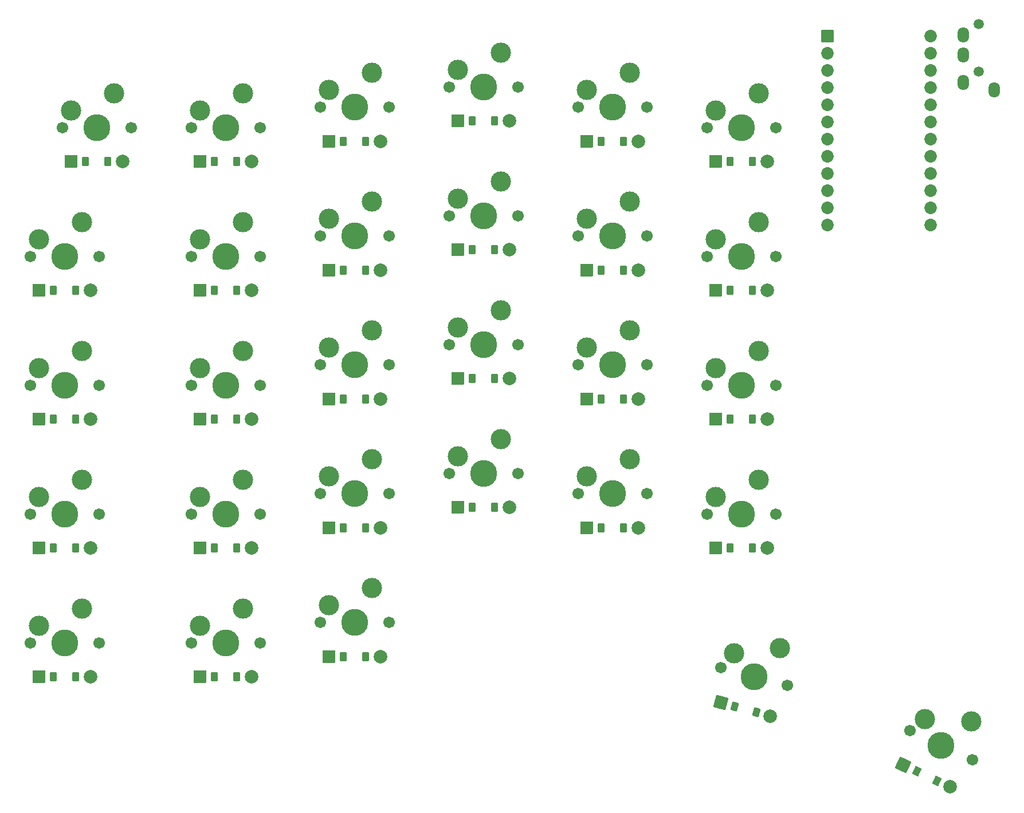
<source format=gbr>
%TF.GenerationSoftware,KiCad,Pcbnew,7.0.2-6a45011f42~172~ubuntu22.04.1*%
%TF.CreationDate,2023-05-03T20:51:48-04:00*%
%TF.ProjectId,left,6c656674-2e6b-4696-9361-645f70636258,v1.0.0*%
%TF.SameCoordinates,Original*%
%TF.FileFunction,Soldermask,Top*%
%TF.FilePolarity,Negative*%
%FSLAX46Y46*%
G04 Gerber Fmt 4.6, Leading zero omitted, Abs format (unit mm)*
G04 Created by KiCad (PCBNEW 7.0.2-6a45011f42~172~ubuntu22.04.1) date 2023-05-03 20:51:48*
%MOMM*%
%LPD*%
G01*
G04 APERTURE LIST*
G04 Aperture macros list*
%AMRoundRect*
0 Rectangle with rounded corners*
0 $1 Rounding radius*
0 $2 $3 $4 $5 $6 $7 $8 $9 X,Y pos of 4 corners*
0 Add a 4 corners polygon primitive as box body*
4,1,4,$2,$3,$4,$5,$6,$7,$8,$9,$2,$3,0*
0 Add four circle primitives for the rounded corners*
1,1,$1+$1,$2,$3*
1,1,$1+$1,$4,$5*
1,1,$1+$1,$6,$7*
1,1,$1+$1,$8,$9*
0 Add four rect primitives between the rounded corners*
20,1,$1+$1,$2,$3,$4,$5,0*
20,1,$1+$1,$4,$5,$6,$7,0*
20,1,$1+$1,$6,$7,$8,$9,0*
20,1,$1+$1,$8,$9,$2,$3,0*%
G04 Aperture macros list end*
%ADD10C,3.987800*%
%ADD11C,1.701800*%
%ADD12C,3.000000*%
%ADD13RoundRect,0.050000X-0.661409X-0.353606X0.154268X-0.733963X0.661409X0.353606X-0.154268X0.733963X0*%
%ADD14RoundRect,0.050000X-1.181415X-0.430000X0.430000X-1.181415X1.181415X0.430000X-0.430000X1.181415X0*%
%ADD15C,2.005000*%
%ADD16RoundRect,0.050000X-0.450000X-0.600000X0.450000X-0.600000X0.450000X0.600000X-0.450000X0.600000X0*%
%ADD17RoundRect,0.050000X-0.889000X-0.889000X0.889000X-0.889000X0.889000X0.889000X-0.889000X0.889000X0*%
%ADD18RoundRect,0.050000X-0.589958X-0.463087X0.279375X-0.696024X0.589958X0.463087X-0.279375X0.696024X0*%
%ADD19RoundRect,0.050000X-1.088798X-0.628618X0.628618X-1.088798X1.088798X0.628618X-0.628618X1.088798X0*%
%ADD20C,1.852600*%
%ADD21RoundRect,0.050000X-0.876300X0.876300X-0.876300X-0.876300X0.876300X-0.876300X0.876300X0.876300X0*%
%ADD22O,1.700000X2.300000*%
%ADD23C,1.500000*%
G04 APERTURE END LIST*
D10*
%TO.C,S28*%
X147150000Y-131200000D03*
D11*
X152056903Y-132514801D03*
X142243097Y-129885199D03*
D12*
X150918252Y-126950497D03*
X144127223Y-127760448D03*
%TD*%
%TO.C,S29*%
X172357457Y-137435338D03*
X179185962Y-137816942D03*
D11*
X170132995Y-139200634D03*
X179341083Y-143494436D03*
D10*
X174737039Y-141347535D03*
%TD*%
D13*
%TO.C,D29*%
X171128540Y-145181754D03*
X174119356Y-146576394D03*
D14*
X169170915Y-144268898D03*
D15*
X176076981Y-147489250D03*
%TD*%
D10*
%TO.C,S1*%
X45237500Y-126200000D03*
D11*
X50317500Y-126200000D03*
X40157500Y-126200000D03*
D12*
X47777500Y-121120000D03*
X41427500Y-123660000D03*
%TD*%
%TO.C,S2*%
X41427500Y-104610000D03*
X47777500Y-102070000D03*
D11*
X40157500Y-107150000D03*
X50317500Y-107150000D03*
D10*
X45237500Y-107150000D03*
%TD*%
D12*
%TO.C,S3*%
X41427500Y-85560000D03*
X47777500Y-83020000D03*
D11*
X40157500Y-88100000D03*
X50317500Y-88100000D03*
D10*
X45237500Y-88100000D03*
%TD*%
D12*
%TO.C,S4*%
X41427500Y-66510000D03*
X47777500Y-63970000D03*
D11*
X40157500Y-69050000D03*
X50317500Y-69050000D03*
D10*
X45237500Y-69050000D03*
%TD*%
D12*
%TO.C,S5*%
X46190000Y-47460000D03*
X52540000Y-44920000D03*
D11*
X44920000Y-50000000D03*
X55080000Y-50000000D03*
D10*
X50000000Y-50000000D03*
%TD*%
%TO.C,S6*%
X69050000Y-126200000D03*
D11*
X74130000Y-126200000D03*
X63970000Y-126200000D03*
D12*
X71590000Y-121120000D03*
X65240000Y-123660000D03*
%TD*%
%TO.C,S7*%
X65240000Y-104610000D03*
X71590000Y-102070000D03*
D11*
X63970000Y-107150000D03*
X74130000Y-107150000D03*
D10*
X69050000Y-107150000D03*
%TD*%
%TO.C,S8*%
X69050000Y-88100000D03*
D11*
X74130000Y-88100000D03*
X63970000Y-88100000D03*
D12*
X71590000Y-83020000D03*
X65240000Y-85560000D03*
%TD*%
D10*
%TO.C,S9*%
X69050000Y-69050000D03*
D11*
X74130000Y-69050000D03*
X63970000Y-69050000D03*
D12*
X71590000Y-63970000D03*
X65240000Y-66510000D03*
%TD*%
%TO.C,S10*%
X65240000Y-47460000D03*
X71590000Y-44920000D03*
D11*
X63970000Y-50000000D03*
X74130000Y-50000000D03*
D10*
X69050000Y-50000000D03*
%TD*%
%TO.C,S11*%
X88100000Y-123200000D03*
D11*
X93180000Y-123200000D03*
X83020000Y-123200000D03*
D12*
X90640000Y-118120000D03*
X84290000Y-120660000D03*
%TD*%
D10*
%TO.C,S12*%
X88100000Y-104150000D03*
D11*
X93180000Y-104150000D03*
X83020000Y-104150000D03*
D12*
X90640000Y-99070000D03*
X84290000Y-101610000D03*
%TD*%
D10*
%TO.C,S13*%
X88100000Y-85100000D03*
D11*
X93180000Y-85100000D03*
X83020000Y-85100000D03*
D12*
X90640000Y-80020000D03*
X84290000Y-82560000D03*
%TD*%
D10*
%TO.C,S14*%
X88100000Y-66050000D03*
D11*
X93180000Y-66050000D03*
X83020000Y-66050000D03*
D12*
X90640000Y-60970000D03*
X84290000Y-63510000D03*
%TD*%
D10*
%TO.C,S15*%
X88100000Y-47000000D03*
D11*
X93180000Y-47000000D03*
X83020000Y-47000000D03*
D12*
X90640000Y-41920000D03*
X84290000Y-44460000D03*
%TD*%
%TO.C,S16*%
X103340000Y-98610000D03*
X109690000Y-96070000D03*
D11*
X102070000Y-101150000D03*
X112230000Y-101150000D03*
D10*
X107150000Y-101150000D03*
%TD*%
%TO.C,S17*%
X107150000Y-82100000D03*
D11*
X112230000Y-82100000D03*
X102070000Y-82100000D03*
D12*
X109690000Y-77020000D03*
X103340000Y-79560000D03*
%TD*%
D10*
%TO.C,S18*%
X107150000Y-63050000D03*
D11*
X112230000Y-63050000D03*
X102070000Y-63050000D03*
D12*
X109690000Y-57970000D03*
X103340000Y-60510000D03*
%TD*%
D10*
%TO.C,S19*%
X107150000Y-44000000D03*
D11*
X112230000Y-44000000D03*
X102070000Y-44000000D03*
D12*
X109690000Y-38920000D03*
X103340000Y-41460000D03*
%TD*%
%TO.C,S20*%
X122390000Y-101610000D03*
X128740000Y-99070000D03*
D11*
X121120000Y-104150000D03*
X131280000Y-104150000D03*
D10*
X126200000Y-104150000D03*
%TD*%
%TO.C,S21*%
X126200000Y-85100000D03*
D11*
X131280000Y-85100000D03*
X121120000Y-85100000D03*
D12*
X128740000Y-80020000D03*
X122390000Y-82560000D03*
%TD*%
%TO.C,S22*%
X122390000Y-63510000D03*
X128740000Y-60970000D03*
D11*
X121120000Y-66050000D03*
X131280000Y-66050000D03*
D10*
X126200000Y-66050000D03*
%TD*%
%TO.C,S23*%
X126200000Y-47000000D03*
D11*
X131280000Y-47000000D03*
X121120000Y-47000000D03*
D12*
X128740000Y-41920000D03*
X122390000Y-44460000D03*
%TD*%
D10*
%TO.C,S24*%
X145250000Y-107150000D03*
D11*
X150330000Y-107150000D03*
X140170000Y-107150000D03*
D12*
X147790000Y-102070000D03*
X141440000Y-104610000D03*
%TD*%
D10*
%TO.C,S25*%
X145250000Y-88100000D03*
D11*
X150330000Y-88100000D03*
X140170000Y-88100000D03*
D12*
X147790000Y-83020000D03*
X141440000Y-85560000D03*
%TD*%
D10*
%TO.C,S26*%
X145250000Y-69050000D03*
D11*
X150330000Y-69050000D03*
X140170000Y-69050000D03*
D12*
X147790000Y-63970000D03*
X141440000Y-66510000D03*
%TD*%
D10*
%TO.C,S27*%
X145250000Y-50000000D03*
D11*
X150330000Y-50000000D03*
X140170000Y-50000000D03*
D12*
X147790000Y-44920000D03*
X141440000Y-47460000D03*
%TD*%
D16*
%TO.C,D1*%
X43587500Y-131200000D03*
X46887500Y-131200000D03*
D17*
X41427500Y-131200000D03*
D15*
X49047500Y-131200000D03*
%TD*%
D16*
%TO.C,D2*%
X43587500Y-112150000D03*
X46887500Y-112150000D03*
D17*
X41427500Y-112150000D03*
D15*
X49047500Y-112150000D03*
%TD*%
D16*
%TO.C,D3*%
X43587500Y-93100000D03*
X46887500Y-93100000D03*
D17*
X41427500Y-93100000D03*
D15*
X49047500Y-93100000D03*
%TD*%
D16*
%TO.C,D4*%
X43587500Y-74050000D03*
X46887500Y-74050000D03*
D17*
X41427500Y-74050000D03*
D15*
X49047500Y-74050000D03*
%TD*%
D16*
%TO.C,D5*%
X48350000Y-55000000D03*
X51650000Y-55000000D03*
D17*
X46190000Y-55000000D03*
D15*
X53810000Y-55000000D03*
%TD*%
D16*
%TO.C,D6*%
X67400000Y-131200000D03*
X70700000Y-131200000D03*
D17*
X65240000Y-131200000D03*
D15*
X72860000Y-131200000D03*
%TD*%
D16*
%TO.C,D7*%
X67400000Y-112150000D03*
X70700000Y-112150000D03*
D17*
X65240000Y-112150000D03*
D15*
X72860000Y-112150000D03*
%TD*%
D16*
%TO.C,D8*%
X67400000Y-93100000D03*
X70700000Y-93100000D03*
D17*
X65240000Y-93100000D03*
D15*
X72860000Y-93100000D03*
%TD*%
D16*
%TO.C,D9*%
X67400000Y-74050000D03*
X70700000Y-74050000D03*
D17*
X65240000Y-74050000D03*
D15*
X72860000Y-74050000D03*
%TD*%
D16*
%TO.C,D10*%
X67400000Y-55000000D03*
X70700000Y-55000000D03*
D17*
X65240000Y-55000000D03*
D15*
X72860000Y-55000000D03*
%TD*%
D16*
%TO.C,D11*%
X86450000Y-128200000D03*
X89750000Y-128200000D03*
D17*
X84290000Y-128200000D03*
D15*
X91910000Y-128200000D03*
%TD*%
D16*
%TO.C,D12*%
X86450000Y-109150000D03*
X89750000Y-109150000D03*
D17*
X84290000Y-109150000D03*
D15*
X91910000Y-109150000D03*
%TD*%
D16*
%TO.C,D13*%
X86450000Y-90100000D03*
X89750000Y-90100000D03*
D17*
X84290000Y-90100000D03*
D15*
X91910000Y-90100000D03*
%TD*%
D16*
%TO.C,D14*%
X86450000Y-71050000D03*
X89750000Y-71050000D03*
D17*
X84290000Y-71050000D03*
D15*
X91910000Y-71050000D03*
%TD*%
D16*
%TO.C,D15*%
X86450000Y-52000000D03*
X89750000Y-52000000D03*
D17*
X84290000Y-52000000D03*
D15*
X91910000Y-52000000D03*
%TD*%
D16*
%TO.C,D16*%
X105500000Y-106150000D03*
X108800000Y-106150000D03*
D17*
X103340000Y-106150000D03*
D15*
X110960000Y-106150000D03*
%TD*%
D16*
%TO.C,D17*%
X105500000Y-87100000D03*
X108800000Y-87100000D03*
D17*
X103340000Y-87100000D03*
D15*
X110960000Y-87100000D03*
%TD*%
D16*
%TO.C,D18*%
X105500000Y-68050000D03*
X108800000Y-68050000D03*
D17*
X103340000Y-68050000D03*
D15*
X110960000Y-68050000D03*
%TD*%
D16*
%TO.C,D19*%
X105500000Y-49000000D03*
X108800000Y-49000000D03*
D17*
X103340000Y-49000000D03*
D15*
X110960000Y-49000000D03*
%TD*%
D16*
%TO.C,D20*%
X124550000Y-109150000D03*
X127850000Y-109150000D03*
D17*
X122390000Y-109150000D03*
D15*
X130010000Y-109150000D03*
%TD*%
D16*
%TO.C,D21*%
X124550000Y-90100000D03*
X127850000Y-90100000D03*
D17*
X122390000Y-90100000D03*
D15*
X130010000Y-90100000D03*
%TD*%
%TO.C,D22*%
X130010000Y-71050000D03*
D17*
X122390000Y-71050000D03*
D16*
X127850000Y-71050000D03*
X124550000Y-71050000D03*
%TD*%
%TO.C,D23*%
X124550000Y-52000000D03*
X127850000Y-52000000D03*
D17*
X122390000Y-52000000D03*
D15*
X130010000Y-52000000D03*
%TD*%
D16*
%TO.C,D24*%
X143600000Y-112150000D03*
X146900000Y-112150000D03*
D17*
X141440000Y-112150000D03*
D15*
X149060000Y-112150000D03*
%TD*%
D16*
%TO.C,D25*%
X143600000Y-93100000D03*
X146900000Y-93100000D03*
D17*
X141440000Y-93100000D03*
D15*
X149060000Y-93100000D03*
%TD*%
D16*
%TO.C,D26*%
X143600000Y-74050000D03*
X146900000Y-74050000D03*
D17*
X141440000Y-74050000D03*
D15*
X149060000Y-74050000D03*
%TD*%
D16*
%TO.C,D27*%
X143600000Y-55000000D03*
X146900000Y-55000000D03*
D17*
X141440000Y-55000000D03*
D15*
X149060000Y-55000000D03*
%TD*%
D18*
%TO.C,D28*%
X144262127Y-135602578D03*
X147449683Y-136456680D03*
D19*
X142175728Y-135043528D03*
D15*
X149536082Y-137015730D03*
%TD*%
D20*
%TO.C,MCU1*%
X173185000Y-64370000D03*
X173185000Y-61830000D03*
X173185000Y-59290000D03*
X173185000Y-56750000D03*
X173185000Y-54210000D03*
X173185000Y-51670000D03*
X173185000Y-49130000D03*
X173185000Y-46590000D03*
X173185000Y-44050000D03*
X173185000Y-41510000D03*
X173185000Y-38970000D03*
X173185000Y-36430000D03*
X157945000Y-64370000D03*
X157945000Y-61830000D03*
X157945000Y-59290000D03*
X157945000Y-56750000D03*
X157945000Y-54210000D03*
X157945000Y-51670000D03*
X157945000Y-49130000D03*
X157945000Y-46590000D03*
X157945000Y-44050000D03*
X157945000Y-41510000D03*
X157945000Y-38970000D03*
D21*
X157945000Y-36430000D03*
%TD*%
D22*
%TO.C,TRRS1*%
X178000000Y-36287500D03*
X178000000Y-39287500D03*
X178000000Y-43287500D03*
X182600000Y-44387500D03*
D23*
X180300000Y-34687500D03*
X180300000Y-41687500D03*
%TD*%
M02*

</source>
